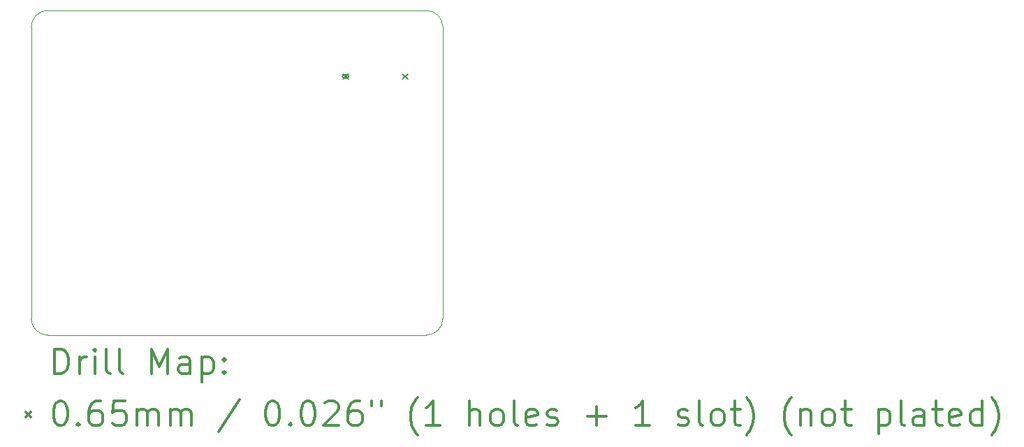
<source format=gbr>
%FSLAX45Y45*%
G04 Gerber Fmt 4.5, Leading zero omitted, Abs format (unit mm)*
G04 Created by KiCad (PCBNEW (5.1.5)-3) date 2020-04-20 22:46:28*
%MOMM*%
%LPD*%
G04 APERTURE LIST*
%TA.AperFunction,Profile*%
%ADD10C,0.050000*%
%TD*%
%ADD11C,0.200000*%
%ADD12C,0.300000*%
G04 APERTURE END LIST*
D10*
X4990000Y200000D02*
G75*
G02X4790000Y0I-200000J0D01*
G01*
X200000Y0D02*
G75*
G02X0Y200000I0J200000D01*
G01*
X0Y3735000D02*
G75*
G02X200000Y3935000I200000J0D01*
G01*
X4790000Y3935000D02*
G75*
G02X4990000Y3735000I0J-200000D01*
G01*
X4790000Y0D02*
X200000Y0D01*
X4990000Y3735000D02*
X4990000Y200000D01*
X4790000Y3935000D02*
X200000Y3935000D01*
X0Y3735000D02*
X0Y200000D01*
D11*
X3777500Y3166500D02*
X3842500Y3101500D01*
X3842500Y3166500D02*
X3777500Y3101500D01*
X3825000Y3156500D02*
X3795000Y3156500D01*
X3825000Y3111500D02*
X3795000Y3111500D01*
X3795000Y3156500D02*
G75*
G03X3795000Y3111500I0J-22500D01*
G01*
X3825000Y3111500D02*
G75*
G03X3825000Y3156500I0J22500D01*
G01*
X4497500Y3166500D02*
X4562500Y3101500D01*
X4562500Y3166500D02*
X4497500Y3101500D01*
D12*
X283928Y-468214D02*
X283928Y-168214D01*
X355357Y-168214D01*
X398214Y-182500D01*
X426786Y-211071D01*
X441071Y-239643D01*
X455357Y-296786D01*
X455357Y-339643D01*
X441071Y-396786D01*
X426786Y-425357D01*
X398214Y-453929D01*
X355357Y-468214D01*
X283928Y-468214D01*
X583928Y-468214D02*
X583928Y-268214D01*
X583928Y-325357D02*
X598214Y-296786D01*
X612500Y-282500D01*
X641071Y-268214D01*
X669643Y-268214D01*
X769643Y-468214D02*
X769643Y-268214D01*
X769643Y-168214D02*
X755357Y-182500D01*
X769643Y-196786D01*
X783928Y-182500D01*
X769643Y-168214D01*
X769643Y-196786D01*
X955357Y-468214D02*
X926786Y-453929D01*
X912500Y-425357D01*
X912500Y-168214D01*
X1112500Y-468214D02*
X1083928Y-453929D01*
X1069643Y-425357D01*
X1069643Y-168214D01*
X1455357Y-468214D02*
X1455357Y-168214D01*
X1555357Y-382500D01*
X1655357Y-168214D01*
X1655357Y-468214D01*
X1926786Y-468214D02*
X1926786Y-311072D01*
X1912500Y-282500D01*
X1883928Y-268214D01*
X1826786Y-268214D01*
X1798214Y-282500D01*
X1926786Y-453929D02*
X1898214Y-468214D01*
X1826786Y-468214D01*
X1798214Y-453929D01*
X1783928Y-425357D01*
X1783928Y-396786D01*
X1798214Y-368214D01*
X1826786Y-353929D01*
X1898214Y-353929D01*
X1926786Y-339643D01*
X2069643Y-268214D02*
X2069643Y-568214D01*
X2069643Y-282500D02*
X2098214Y-268214D01*
X2155357Y-268214D01*
X2183928Y-282500D01*
X2198214Y-296786D01*
X2212500Y-325357D01*
X2212500Y-411071D01*
X2198214Y-439643D01*
X2183928Y-453929D01*
X2155357Y-468214D01*
X2098214Y-468214D01*
X2069643Y-453929D01*
X2341071Y-439643D02*
X2355357Y-453929D01*
X2341071Y-468214D01*
X2326786Y-453929D01*
X2341071Y-439643D01*
X2341071Y-468214D01*
X2341071Y-282500D02*
X2355357Y-296786D01*
X2341071Y-311072D01*
X2326786Y-296786D01*
X2341071Y-282500D01*
X2341071Y-311072D01*
X-67500Y-930000D02*
X-2500Y-995000D01*
X-2500Y-930000D02*
X-67500Y-995000D01*
X341071Y-798214D02*
X369643Y-798214D01*
X398214Y-812500D01*
X412500Y-826786D01*
X426786Y-855357D01*
X441071Y-912500D01*
X441071Y-983929D01*
X426786Y-1041071D01*
X412500Y-1069643D01*
X398214Y-1083929D01*
X369643Y-1098214D01*
X341071Y-1098214D01*
X312500Y-1083929D01*
X298214Y-1069643D01*
X283928Y-1041071D01*
X269643Y-983929D01*
X269643Y-912500D01*
X283928Y-855357D01*
X298214Y-826786D01*
X312500Y-812500D01*
X341071Y-798214D01*
X569643Y-1069643D02*
X583928Y-1083929D01*
X569643Y-1098214D01*
X555357Y-1083929D01*
X569643Y-1069643D01*
X569643Y-1098214D01*
X841071Y-798214D02*
X783928Y-798214D01*
X755357Y-812500D01*
X741071Y-826786D01*
X712500Y-869643D01*
X698214Y-926786D01*
X698214Y-1041071D01*
X712500Y-1069643D01*
X726786Y-1083929D01*
X755357Y-1098214D01*
X812500Y-1098214D01*
X841071Y-1083929D01*
X855357Y-1069643D01*
X869643Y-1041071D01*
X869643Y-969643D01*
X855357Y-941071D01*
X841071Y-926786D01*
X812500Y-912500D01*
X755357Y-912500D01*
X726786Y-926786D01*
X712500Y-941071D01*
X698214Y-969643D01*
X1141071Y-798214D02*
X998214Y-798214D01*
X983928Y-941071D01*
X998214Y-926786D01*
X1026786Y-912500D01*
X1098214Y-912500D01*
X1126786Y-926786D01*
X1141071Y-941071D01*
X1155357Y-969643D01*
X1155357Y-1041071D01*
X1141071Y-1069643D01*
X1126786Y-1083929D01*
X1098214Y-1098214D01*
X1026786Y-1098214D01*
X998214Y-1083929D01*
X983928Y-1069643D01*
X1283928Y-1098214D02*
X1283928Y-898214D01*
X1283928Y-926786D02*
X1298214Y-912500D01*
X1326786Y-898214D01*
X1369643Y-898214D01*
X1398214Y-912500D01*
X1412500Y-941071D01*
X1412500Y-1098214D01*
X1412500Y-941071D02*
X1426786Y-912500D01*
X1455357Y-898214D01*
X1498214Y-898214D01*
X1526786Y-912500D01*
X1541071Y-941071D01*
X1541071Y-1098214D01*
X1683928Y-1098214D02*
X1683928Y-898214D01*
X1683928Y-926786D02*
X1698214Y-912500D01*
X1726786Y-898214D01*
X1769643Y-898214D01*
X1798214Y-912500D01*
X1812500Y-941071D01*
X1812500Y-1098214D01*
X1812500Y-941071D02*
X1826786Y-912500D01*
X1855357Y-898214D01*
X1898214Y-898214D01*
X1926786Y-912500D01*
X1941071Y-941071D01*
X1941071Y-1098214D01*
X2526786Y-783929D02*
X2269643Y-1169643D01*
X2912500Y-798214D02*
X2941071Y-798214D01*
X2969643Y-812500D01*
X2983928Y-826786D01*
X2998214Y-855357D01*
X3012500Y-912500D01*
X3012500Y-983929D01*
X2998214Y-1041071D01*
X2983928Y-1069643D01*
X2969643Y-1083929D01*
X2941071Y-1098214D01*
X2912500Y-1098214D01*
X2883928Y-1083929D01*
X2869643Y-1069643D01*
X2855357Y-1041071D01*
X2841071Y-983929D01*
X2841071Y-912500D01*
X2855357Y-855357D01*
X2869643Y-826786D01*
X2883928Y-812500D01*
X2912500Y-798214D01*
X3141071Y-1069643D02*
X3155357Y-1083929D01*
X3141071Y-1098214D01*
X3126786Y-1083929D01*
X3141071Y-1069643D01*
X3141071Y-1098214D01*
X3341071Y-798214D02*
X3369643Y-798214D01*
X3398214Y-812500D01*
X3412500Y-826786D01*
X3426786Y-855357D01*
X3441071Y-912500D01*
X3441071Y-983929D01*
X3426786Y-1041071D01*
X3412500Y-1069643D01*
X3398214Y-1083929D01*
X3369643Y-1098214D01*
X3341071Y-1098214D01*
X3312500Y-1083929D01*
X3298214Y-1069643D01*
X3283928Y-1041071D01*
X3269643Y-983929D01*
X3269643Y-912500D01*
X3283928Y-855357D01*
X3298214Y-826786D01*
X3312500Y-812500D01*
X3341071Y-798214D01*
X3555357Y-826786D02*
X3569643Y-812500D01*
X3598214Y-798214D01*
X3669643Y-798214D01*
X3698214Y-812500D01*
X3712500Y-826786D01*
X3726786Y-855357D01*
X3726786Y-883929D01*
X3712500Y-926786D01*
X3541071Y-1098214D01*
X3726786Y-1098214D01*
X3983928Y-798214D02*
X3926786Y-798214D01*
X3898214Y-812500D01*
X3883928Y-826786D01*
X3855357Y-869643D01*
X3841071Y-926786D01*
X3841071Y-1041071D01*
X3855357Y-1069643D01*
X3869643Y-1083929D01*
X3898214Y-1098214D01*
X3955357Y-1098214D01*
X3983928Y-1083929D01*
X3998214Y-1069643D01*
X4012500Y-1041071D01*
X4012500Y-969643D01*
X3998214Y-941071D01*
X3983928Y-926786D01*
X3955357Y-912500D01*
X3898214Y-912500D01*
X3869643Y-926786D01*
X3855357Y-941071D01*
X3841071Y-969643D01*
X4126786Y-798214D02*
X4126786Y-855357D01*
X4241071Y-798214D02*
X4241071Y-855357D01*
X4683928Y-1212500D02*
X4669643Y-1198214D01*
X4641071Y-1155357D01*
X4626786Y-1126786D01*
X4612500Y-1083929D01*
X4598214Y-1012500D01*
X4598214Y-955357D01*
X4612500Y-883929D01*
X4626786Y-841071D01*
X4641071Y-812500D01*
X4669643Y-769643D01*
X4683928Y-755357D01*
X4955357Y-1098214D02*
X4783928Y-1098214D01*
X4869643Y-1098214D02*
X4869643Y-798214D01*
X4841071Y-841071D01*
X4812500Y-869643D01*
X4783928Y-883929D01*
X5312500Y-1098214D02*
X5312500Y-798214D01*
X5441071Y-1098214D02*
X5441071Y-941071D01*
X5426786Y-912500D01*
X5398214Y-898214D01*
X5355357Y-898214D01*
X5326786Y-912500D01*
X5312500Y-926786D01*
X5626786Y-1098214D02*
X5598214Y-1083929D01*
X5583928Y-1069643D01*
X5569643Y-1041071D01*
X5569643Y-955357D01*
X5583928Y-926786D01*
X5598214Y-912500D01*
X5626786Y-898214D01*
X5669643Y-898214D01*
X5698214Y-912500D01*
X5712500Y-926786D01*
X5726786Y-955357D01*
X5726786Y-1041071D01*
X5712500Y-1069643D01*
X5698214Y-1083929D01*
X5669643Y-1098214D01*
X5626786Y-1098214D01*
X5898214Y-1098214D02*
X5869643Y-1083929D01*
X5855357Y-1055357D01*
X5855357Y-798214D01*
X6126786Y-1083929D02*
X6098214Y-1098214D01*
X6041071Y-1098214D01*
X6012500Y-1083929D01*
X5998214Y-1055357D01*
X5998214Y-941071D01*
X6012500Y-912500D01*
X6041071Y-898214D01*
X6098214Y-898214D01*
X6126786Y-912500D01*
X6141071Y-941071D01*
X6141071Y-969643D01*
X5998214Y-998214D01*
X6255357Y-1083929D02*
X6283928Y-1098214D01*
X6341071Y-1098214D01*
X6369643Y-1083929D01*
X6383928Y-1055357D01*
X6383928Y-1041071D01*
X6369643Y-1012500D01*
X6341071Y-998214D01*
X6298214Y-998214D01*
X6269643Y-983929D01*
X6255357Y-955357D01*
X6255357Y-941071D01*
X6269643Y-912500D01*
X6298214Y-898214D01*
X6341071Y-898214D01*
X6369643Y-912500D01*
X6741071Y-983929D02*
X6969643Y-983929D01*
X6855357Y-1098214D02*
X6855357Y-869643D01*
X7498214Y-1098214D02*
X7326786Y-1098214D01*
X7412500Y-1098214D02*
X7412500Y-798214D01*
X7383928Y-841071D01*
X7355357Y-869643D01*
X7326786Y-883929D01*
X7841071Y-1083929D02*
X7869643Y-1098214D01*
X7926786Y-1098214D01*
X7955357Y-1083929D01*
X7969643Y-1055357D01*
X7969643Y-1041071D01*
X7955357Y-1012500D01*
X7926786Y-998214D01*
X7883928Y-998214D01*
X7855357Y-983929D01*
X7841071Y-955357D01*
X7841071Y-941071D01*
X7855357Y-912500D01*
X7883928Y-898214D01*
X7926786Y-898214D01*
X7955357Y-912500D01*
X8141071Y-1098214D02*
X8112500Y-1083929D01*
X8098214Y-1055357D01*
X8098214Y-798214D01*
X8298214Y-1098214D02*
X8269643Y-1083929D01*
X8255357Y-1069643D01*
X8241071Y-1041071D01*
X8241071Y-955357D01*
X8255357Y-926786D01*
X8269643Y-912500D01*
X8298214Y-898214D01*
X8341071Y-898214D01*
X8369643Y-912500D01*
X8383928Y-926786D01*
X8398214Y-955357D01*
X8398214Y-1041071D01*
X8383928Y-1069643D01*
X8369643Y-1083929D01*
X8341071Y-1098214D01*
X8298214Y-1098214D01*
X8483928Y-898214D02*
X8598214Y-898214D01*
X8526786Y-798214D02*
X8526786Y-1055357D01*
X8541071Y-1083929D01*
X8569643Y-1098214D01*
X8598214Y-1098214D01*
X8669643Y-1212500D02*
X8683928Y-1198214D01*
X8712500Y-1155357D01*
X8726786Y-1126786D01*
X8741071Y-1083929D01*
X8755357Y-1012500D01*
X8755357Y-955357D01*
X8741071Y-883929D01*
X8726786Y-841071D01*
X8712500Y-812500D01*
X8683928Y-769643D01*
X8669643Y-755357D01*
X9212500Y-1212500D02*
X9198214Y-1198214D01*
X9169643Y-1155357D01*
X9155357Y-1126786D01*
X9141071Y-1083929D01*
X9126786Y-1012500D01*
X9126786Y-955357D01*
X9141071Y-883929D01*
X9155357Y-841071D01*
X9169643Y-812500D01*
X9198214Y-769643D01*
X9212500Y-755357D01*
X9326786Y-898214D02*
X9326786Y-1098214D01*
X9326786Y-926786D02*
X9341071Y-912500D01*
X9369643Y-898214D01*
X9412500Y-898214D01*
X9441071Y-912500D01*
X9455357Y-941071D01*
X9455357Y-1098214D01*
X9641071Y-1098214D02*
X9612500Y-1083929D01*
X9598214Y-1069643D01*
X9583928Y-1041071D01*
X9583928Y-955357D01*
X9598214Y-926786D01*
X9612500Y-912500D01*
X9641071Y-898214D01*
X9683928Y-898214D01*
X9712500Y-912500D01*
X9726786Y-926786D01*
X9741071Y-955357D01*
X9741071Y-1041071D01*
X9726786Y-1069643D01*
X9712500Y-1083929D01*
X9683928Y-1098214D01*
X9641071Y-1098214D01*
X9826786Y-898214D02*
X9941071Y-898214D01*
X9869643Y-798214D02*
X9869643Y-1055357D01*
X9883928Y-1083929D01*
X9912500Y-1098214D01*
X9941071Y-1098214D01*
X10269643Y-898214D02*
X10269643Y-1198214D01*
X10269643Y-912500D02*
X10298214Y-898214D01*
X10355357Y-898214D01*
X10383928Y-912500D01*
X10398214Y-926786D01*
X10412500Y-955357D01*
X10412500Y-1041071D01*
X10398214Y-1069643D01*
X10383928Y-1083929D01*
X10355357Y-1098214D01*
X10298214Y-1098214D01*
X10269643Y-1083929D01*
X10583928Y-1098214D02*
X10555357Y-1083929D01*
X10541071Y-1055357D01*
X10541071Y-798214D01*
X10826786Y-1098214D02*
X10826786Y-941071D01*
X10812500Y-912500D01*
X10783928Y-898214D01*
X10726786Y-898214D01*
X10698214Y-912500D01*
X10826786Y-1083929D02*
X10798214Y-1098214D01*
X10726786Y-1098214D01*
X10698214Y-1083929D01*
X10683928Y-1055357D01*
X10683928Y-1026786D01*
X10698214Y-998214D01*
X10726786Y-983929D01*
X10798214Y-983929D01*
X10826786Y-969643D01*
X10926786Y-898214D02*
X11041071Y-898214D01*
X10969643Y-798214D02*
X10969643Y-1055357D01*
X10983928Y-1083929D01*
X11012500Y-1098214D01*
X11041071Y-1098214D01*
X11255357Y-1083929D02*
X11226786Y-1098214D01*
X11169643Y-1098214D01*
X11141071Y-1083929D01*
X11126786Y-1055357D01*
X11126786Y-941071D01*
X11141071Y-912500D01*
X11169643Y-898214D01*
X11226786Y-898214D01*
X11255357Y-912500D01*
X11269643Y-941071D01*
X11269643Y-969643D01*
X11126786Y-998214D01*
X11526786Y-1098214D02*
X11526786Y-798214D01*
X11526786Y-1083929D02*
X11498214Y-1098214D01*
X11441071Y-1098214D01*
X11412500Y-1083929D01*
X11398214Y-1069643D01*
X11383928Y-1041071D01*
X11383928Y-955357D01*
X11398214Y-926786D01*
X11412500Y-912500D01*
X11441071Y-898214D01*
X11498214Y-898214D01*
X11526786Y-912500D01*
X11641071Y-1212500D02*
X11655357Y-1198214D01*
X11683928Y-1155357D01*
X11698214Y-1126786D01*
X11712500Y-1083929D01*
X11726786Y-1012500D01*
X11726786Y-955357D01*
X11712500Y-883929D01*
X11698214Y-841071D01*
X11683928Y-812500D01*
X11655357Y-769643D01*
X11641071Y-755357D01*
M02*

</source>
